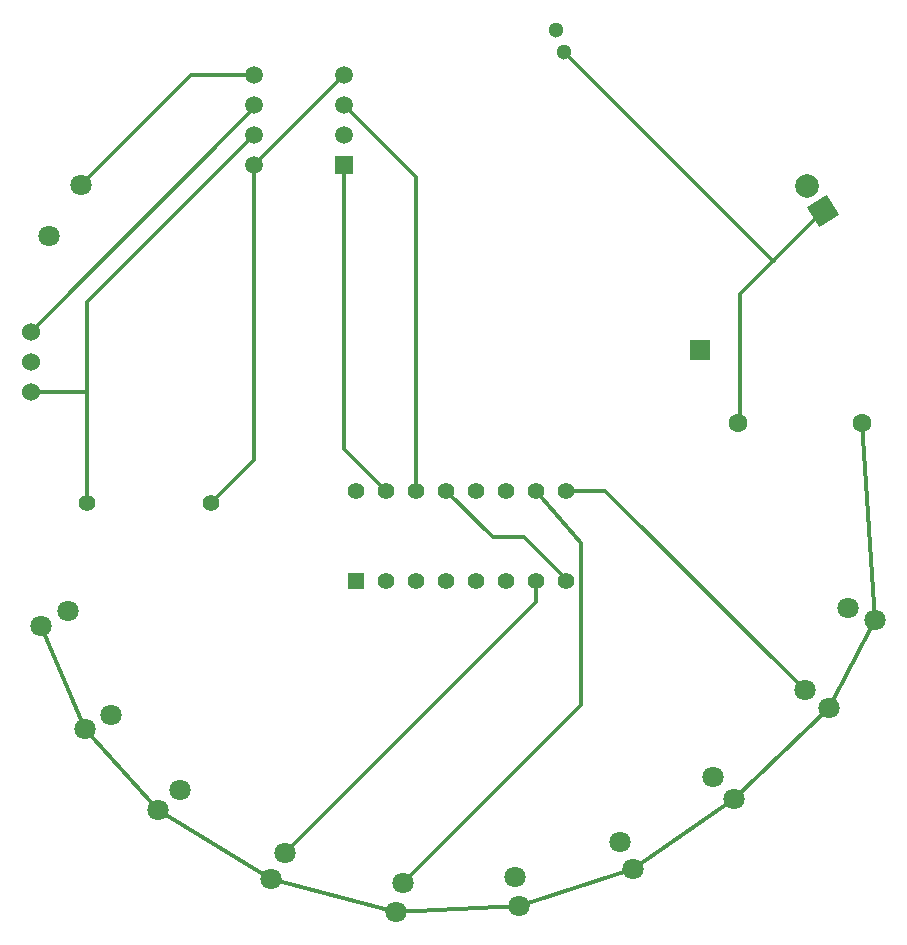
<source format=gbl>
G04 Layer: BottomLayer*
G04 EasyEDA v6.5.51, 2025-11-11 21:27:02*
G04 2e57b4fab426491ebcaac77955a750c1,69688592e0df400aafdf5843d4e091a6,10*
G04 Gerber Generator version 0.2*
G04 Scale: 100 percent, Rotated: No, Reflected: No *
G04 Dimensions in millimeters *
G04 leading zeros omitted , absolute positions ,4 integer and 5 decimal *
%FSLAX45Y45*%
%MOMM*%

%AMMACRO1*21,1,$1,$2,0,0,$3*%
%ADD10C,0.3000*%
%ADD11C,1.3000*%
%ADD12C,1.8000*%
%ADD13MACRO1,2X2X122.0002*%
%ADD14C,2.0000*%
%ADD15R,1.7000X1.7000*%
%ADD16C,1.4000*%
%ADD17C,1.6000*%
%ADD18C,1.5240*%
%ADD19C,0.0101*%
%ADD20R,1.3970X1.3970*%
%ADD21C,1.3970*%
%ADD22R,1.5000X1.5000*%
%ADD23C,1.5000*%

%LPD*%
D10*
X2857500Y6972300D02*
G01*
X3619500Y7734300D01*
X5484139Y7933029D02*
G01*
X7250859Y6166309D01*
X7255715Y6166309D01*
X6955281Y4787900D02*
G01*
X6972300Y4804918D01*
X6972300Y5882894D01*
X7674609Y6585204D01*
X4229100Y4216400D02*
G01*
X4229100Y6870700D01*
X3619500Y7480300D01*
X3975100Y4216400D02*
G01*
X3619500Y4572000D01*
X3619500Y6972300D01*
X2493492Y4114800D02*
G01*
X2857500Y4478807D01*
X2857500Y6972300D01*
X965200Y5054600D02*
G01*
X1443481Y5055107D01*
X1443507Y4114800D02*
G01*
X1443507Y5812307D01*
X2857500Y7226300D01*
X965200Y5562600D02*
G01*
X2857500Y7454900D01*
X2857500Y7480300D01*
X7518577Y2527528D02*
G01*
X5829706Y4216400D01*
X5499100Y4216400D01*
X4122267Y897381D02*
G01*
X5626100Y2401214D01*
X5626100Y3771900D01*
X5245100Y4216400D01*
X5245100Y4216400D01*
X3120313Y1153540D02*
G01*
X5245100Y3278327D01*
X5245100Y3454400D01*
X1057402Y3075431D02*
G01*
X1057323Y3075330D01*
X1423543Y2202942D01*
X1423415Y2202942D01*
X1423540Y2202942D02*
G01*
X1423543Y2202942D01*
X2040712Y1513586D01*
X2040712Y1513586D02*
G01*
X2040717Y1513586D01*
X3001081Y929259D01*
X3001086Y929259D02*
G01*
X3001086Y929259D01*
X4056529Y652028D01*
X4056534Y652015D01*
X4056532Y652018D02*
G01*
X5097675Y699736D01*
X5097673Y698500D01*
X5097678Y699744D02*
G01*
X6062774Y1016152D01*
X6062774Y1016000D01*
X6062776Y1016152D02*
G01*
X6062774Y1016152D01*
X6919219Y1608919D01*
X6919213Y1608836D02*
G01*
X6919213Y1608912D01*
X6919213Y1608912D01*
X7721345Y2374645D01*
X7721427Y2374668D02*
G01*
X7721422Y2374671D01*
X8116100Y3121327D01*
X8116112Y3121329D02*
G01*
X8005318Y4787900D01*
X8005318Y4787900D01*
X4483100Y4216400D02*
G01*
X4876800Y3822700D01*
X5143500Y3822700D01*
X5499100Y3467100D01*
X5499100Y3454400D01*
X1391897Y6806704D02*
G01*
X2319492Y7734300D01*
X2857500Y7734300D01*
X965200Y5308594D02*
G01*
X965194Y5308600D01*
D11*
G01*
X5412460Y8119745D03*
G01*
X5484139Y7933029D03*
D12*
G01*
X1122705Y6375882D03*
G01*
X1391894Y6806692D03*
D13*
G01*
X7674599Y6585197D03*
D14*
G01*
X7539990Y6800595D03*
D12*
G01*
X1057325Y3075330D03*
G01*
X1279474Y3198469D03*
G01*
X1423543Y2202942D03*
G01*
X1649856Y2318257D03*
G01*
X2040712Y1513586D03*
G01*
X2226487Y1686813D03*
G01*
X3001086Y929259D03*
G01*
X3120313Y1153540D03*
G01*
X4056532Y652018D03*
G01*
X4122267Y897381D03*
G01*
X5097678Y699744D03*
G01*
X5062321Y951255D03*
G01*
X6062776Y1016152D03*
G01*
X5951423Y1244447D03*
G01*
X6919213Y1608912D03*
G01*
X6745986Y1794687D03*
G01*
X7721422Y2374671D03*
G01*
X7518577Y2527528D03*
G01*
X8116112Y3121329D03*
G01*
X7885912Y3228670D03*
D15*
G01*
X6629400Y5410200D03*
D16*
G01*
X1443507Y4114800D03*
G01*
X2493492Y4114800D03*
D17*
G01*
X6955307Y4787900D03*
G01*
X8005318Y4787900D03*
D18*
G01*
X965200Y5308600D03*
G01*
X965200Y5054600D03*
G01*
X965200Y5562600D03*
D20*
G01*
X3721100Y3454400D03*
D21*
G01*
X3975100Y3454400D03*
G01*
X4229100Y3454400D03*
G01*
X4483100Y3454400D03*
G01*
X4737100Y3454400D03*
G01*
X4991100Y3454400D03*
G01*
X5245100Y3454400D03*
G01*
X5499100Y3454400D03*
G01*
X5499100Y4216400D03*
G01*
X5245100Y4216400D03*
G01*
X4991100Y4216400D03*
G01*
X4737100Y4216400D03*
G01*
X4483100Y4216400D03*
G01*
X4229100Y4216400D03*
G01*
X3975100Y4216400D03*
G01*
X3721100Y4216400D03*
D22*
G01*
X3619500Y6972300D03*
D23*
G01*
X3619500Y7226300D03*
G01*
X3619500Y7480300D03*
G01*
X3619500Y7734300D03*
G01*
X2857500Y6972300D03*
G01*
X2857500Y7226300D03*
G01*
X2857500Y7480300D03*
G01*
X2857500Y7734300D03*
M02*

</source>
